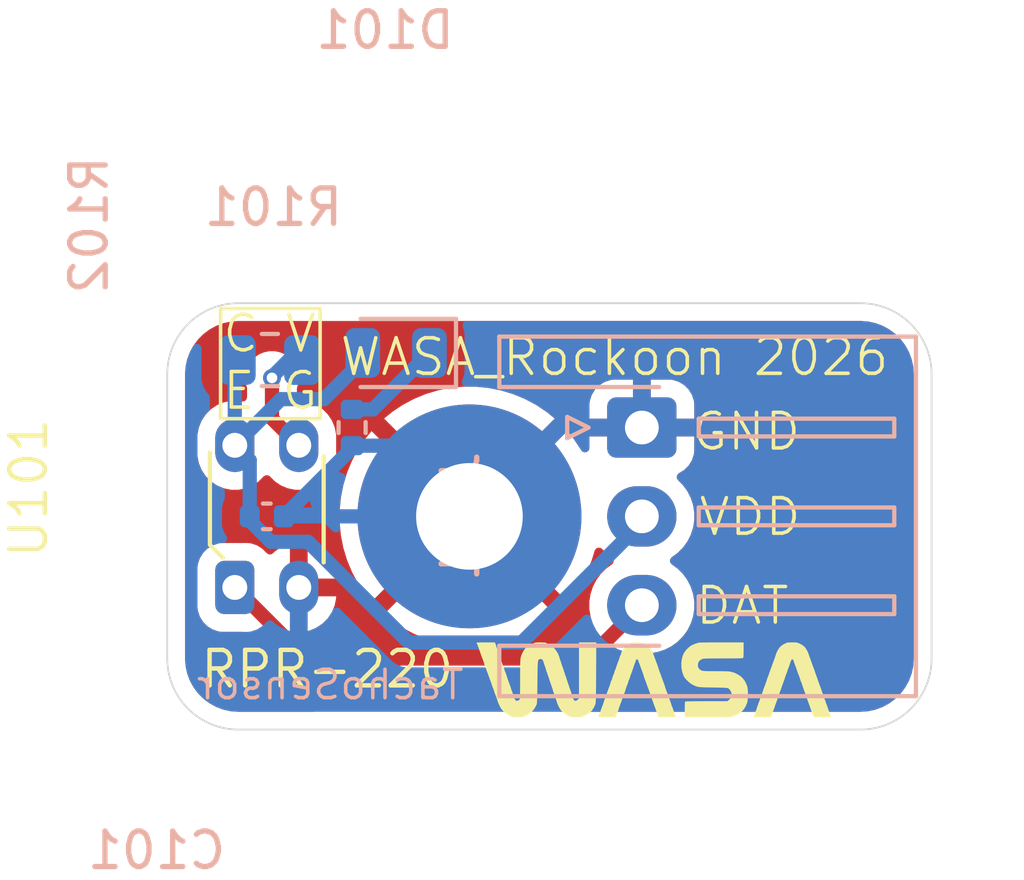
<source format=kicad_pcb>
(kicad_pcb (version 20241229) (generator "pcbnew") (generator_version "9.0")
  (layers (0 "F.Cu" signal) (2 "B.Cu" signal) (13 "F.Paste" user) (15 "B.Paste" user) (5 "F.SilkS" user "F.Silkscreen") (7 "B.SilkS" user "B.Silkscreen") (1 "F.Mask" user) (3 "B.Mask" user) (25 "Edge.Cuts" user))
  (net 0 "")
  (net 1 "GND")
  (net 2 "Net-(J101-Pin_1)")
  (net 3 "Net-(U101-A)")
  (net 4 "/VDD")
  (net 5 "Net-(D101-K)")
  (footprint "Library:wasa_10mm" (layer "F.Cu") (at 124.3 84.4)
    (property "Reference" "G***" (hide yes))
    (property "Value" "LOGO" (hide yes))
    (fp_poly (pts (xy 2.512215 -0.841651) (xy 2.511626 -0.756247) (xy 2.509795 -0.692406) (xy 2.506625 -0.648565) (xy 2.502021 -0.62316) (xy 2.498322 -0.615899) (xy 2.488768 -0.612457) (xy 2.466615 -0.609574) (xy 2.430432 -0.607214) (xy 2.378787 -0.605342) (xy 2.310247 -0.603923) (xy 2.22338 -0.602921) (xy 2.116754 -0.602301) (xy 1.988938 -0.602027) (xy 1.936088 -0.602006) (xy 1.808836 -0.601969) (xy 1.702594 -0.601801) (xy 1.615222 -0.601419) (xy 1.544575 -0.600741) (xy 1.488512 -0.599683) (xy 1.44489 -0.598162) (xy 1.411566 -0.596095) (xy 1.386398 -0.593399) (xy 1.367243 -0.58999) (xy 1.351958 -0.585786) (xy 1.338401 -0.580704) (xy 1.333504 -0.578632) (xy 1.279396 -0.546185) (xy 1.245049 -0.502842) (xy 1.228906 -0.446205) (xy 1.227165 -0.414732) (xy 1.229258 -0.37313) (xy 1.237646 -0.34458) (xy 1.255493 -0.319197) (xy 1.259002 -0.31525) (xy 1.276605 -0.296324) (xy 1.29338 -0.281036) (xy 1.311916 -0.268994) (xy 1.334803 -0.259806) (xy 1.364633 -0.25308) (xy 1.403994 -0.248424) (xy 1.455478 -0.245445) (xy 1.521675 -0.243752) (xy 1.605176 -0.242952) (xy 1.70857 -0.242654) (xy 1.738873 -0.24261) (xy 1.848635 -0.242251) (xy 1.937618 -0.241436) (xy 2.008194 -0.240068) (xy 2.062734 -0.238052) (xy 2.103612 -0.235289) (xy 2.1332 -0.231682) (xy 2.153869 -0.227135) (xy 2.159115 -0.225419) (xy 2.192469 -0.214844) (xy 2.218731 -0.208972) (xy 2.223588 -0.208562) (xy 2.245858 -0.202479) (xy 2.281476 -0.186637) (xy 2.32461 -0.164251) (xy 2.369431 -0.138536) (xy 2.41011 -0.112709) (xy 2.440816 -0.089983) (xy 2.444647 -0.086639) (xy 2.500611 -0.029618) (xy 2.545554 0.032139) (xy 2.583585 0.105125) (xy 2.613045 0.179443) (xy 2.623281 0.222914) (xy 2.630339 0.283216) (xy 2.634226 0.354245) (xy 2.634945 0.429897) (xy 2.6325 0.504068) (xy 2.626896 0.570656) (xy 2.618136 0.623555) (xy 2.61273 0.642524) (xy 2.576987 0.731239) (xy 2.537036 0.803202) (xy 2.488824 0.864816) (xy 2.444221 0.908606) (xy 2.40408 0.939284) (xy 2.35359 0.97061) (xy 2.300485 0.998413) (xy 2.252498 1.018522) (xy 2.227383 1.025554) (xy 2.198993 1.033274) (xy 2.182208 1.04227) (xy 2.181458 1.043244) (xy 2.168965 1.045194) (xy 2.135257 1.04701) (xy 2.082275 1.048664) (xy 2.011958 1.050124) (xy 1.926245 1.051362) (xy 1.827077 1.052346) (xy 1.716393 1.053048) (xy 1.596133 1.053437) (xy 1.515907 1.053509) (xy 0.8567 1.053509) (xy 0.8567 0.834784) (xy 0.856925 0.757311) (xy 0.857765 0.69994) (xy 0.859468 0.65962) (xy 0.862281 0.633303) (xy 0.866452 0.617938) (xy 0.872227 0.610476) (xy 0.875012 0.609032) (xy 0.889897 0.607652) (xy 0.925651 0.606363) (xy 0.979993 0.605189) (xy 1.050638 0.60416) (xy 1.135303 0.6033) (xy 1.231705 0.602637) (xy 1.337559 0.602198) (xy 1.450583 0.60201) (xy 1.473031 0.602005) (xy 2.052737 0.602005) (xy 2.091562 0.572391) (xy 2.132824 0.529414) (xy 2.162528 0.475741) (xy 2.176103 0.420111) (xy 2.176481 0.410117) (xy 2.168354 0.363894) (xy 2.147102 0.31499) (xy 2.117424 0.271705) (xy 2.084015 0.242336) (xy 2.080395 0.240353) (xy 2.067315 0.235082) (xy 2.049033 0.23075) (xy 2.023118 0.22722) (xy 1.987138 0.224356) (xy 1.938661 0.222023) (xy 1.875256 0.220083) (xy 1.79449 0.218402) (xy 1.693932 0.216842) (xy 1.649726 0.216249) (xy 1.538605 0.214742) (xy 1.447659 0.213111) (xy 1.373912 0.210921) (xy 1.314386 0.207741) (xy 1.266105 0.203135) (xy 1.226093 0.196671) (xy 1.191371 0.187916) (xy 1.158965 0.176435) (xy 1.125896 0.161796) (xy 1.089188 0.143564) (xy 1.064897 0.131091) (xy 1.021931 0.103864) (xy 0.973235 0.065076) (xy 0.924173 0.019894) (xy 0.880112 -0.026514) (xy 0.846417 -0.068982) (xy 0.832109 -0.093089) (xy 0.785333 -0.218627) (xy 0.76153 -0.346989) (xy 0.760719 -0.478046) (xy 0.76887 -0.544121) (xy 0.78422 -0.623123) (xy 0.802619 -0.686222) (xy 0.826985 -0.740669) (xy 0.860238 -0.793714) (xy 0.880242 -0.820845) (xy 0.913269 -0.859196) (xy 0.953019 -0.898223) (xy 0.994763 -0.934047) (xy 1.033772 -0.962789) (xy 1.065317 -0.980571) (xy 1.07968 -0.984417) (xy 1.099798 -0.99124) (xy 1.115356 -1.000945) (xy 1.140775 -1.013531) (xy 1.175715 -1.023588) (xy 1.181924 -1.024748) (xy 1.210465 -1.031952) (xy 1.226134 -1.040538) (xy 1.227165 -1.042951) (xy 1.23848 -1.045128) (xy 1.271384 -1.04711) (xy 1.324308 -1.048874) (xy 1.395689 -1.050392) (xy 1.483959 -1.051639) (xy 1.587552 -1.05259) (xy 1.704903 -1.053218) (xy 1.834446 -1.053498) (xy 1.86969 -1.05351) (xy 2.512215 -1.05351)) (fill yes) (layer "F.SilkS"))
    (fp_poly (pts (xy 3.945928 -1.05271) (xy 3.996927 -1.050412) (xy 4.029134 -1.046772) (xy 4.040383 -1.041944) (xy 4.040383 -1.041933) (xy 4.049628 -1.031375) (xy 4.056024 -1.030356) (xy 4.080502 -1.023743) (xy 4.116279 -1.006521) (xy 4.15663 -0.982616) (xy 4.194829 -0.955954) (xy 4.219971 -0.934651) (xy 4.252504 -0.895788) (xy 4.286384 -0.843376) (xy 4.316575 -0.786124) (xy 4.33804 -0.73274) (xy 4.339503 -0.727981) (xy 4.350386 -0.694617) (xy 4.365643 -0.651653) (xy 4.375566 -0.62516) (xy 4.391973 -0.580961) (xy 4.411368 -0.526627) (xy 4.429299 -0.474659) (xy 4.444665 -0.430115) (xy 4.458483 -0.391803) (xy 4.468121 -0.366993) (xy 4.469137 -0.364677) (xy 4.481619 -0.334094) (xy 4.497079 -0.292172) (xy 4.511763 -0.249482) (xy 4.52192 -0.216596) (xy 4.522563 -0.214176) (xy 4.532587 -0.18338) (xy 4.538848 -0.167868) (xy 4.543395 -0.157323) (xy 4.548429 -0.144551) (xy 4.555199 -0.126012) (xy 4.564952 -0.098168) (xy 4.578937 -0.057478) (xy 4.598401 -0.000404) (xy 4.612325 0.040519) (xy 4.628203 0.086297) (xy 4.642468 0.125826) (xy 4.652614 0.152209) (xy 4.65437 0.156289) (xy 4.666851 0.186872) (xy 4.682311 0.228794) (xy 4.696996 0.271485) (xy 4.707153 0.30437) (xy 4.707795 0.30679) (xy 4.717819 0.337586) (xy 4.72408 0.353098) (xy 4.737213 0.385848) (xy 4.753804 0.43153) (xy 4.770601 0.480918) (xy 4.783224 0.520965) (xy 4.793653 0.55111) (xy 4.803304 0.571602) (xy 4.804333 0.573062) (xy 4.812668 0.591574) (xy 4.821021 0.621408) (xy 4.821832 0.625159) (xy 4.829931 0.655572) (xy 4.83847 0.676028) (xy 4.839331 0.677255) (xy 4.848462 0.69553) (xy 4.858918 0.725025) (xy 4.860214 0.729352) (xy 4.887147 0.812325) (xy 4.914828 0.885642) (xy 4.935181 0.938678) (xy 4.952423 0.989183) (xy 4.963279 1.02746) (xy 4.969244 1.053509) (xy 4.726127 1.053509) (xy 4.644746 1.053363) (xy 4.583561 1.052768) (xy 4.539617 1.051481) (xy 4.509957 1.049264) (xy 4.491624 1.045876) (xy 4.481663 1.041077) (xy 4.477117 1.034627) (xy 4.476639 1.033249) (xy 4.464615 0.997161) (xy 4.449559 0.954758) (xy 4.434795 0.915155) (xy 4.423646 0.887467) (xy 4.422829 0.885642) (xy 4.414147 0.863796) (xy 4.400843 0.827234) (xy 4.385553 0.783224) (xy 4.382991 0.77566) (xy 4.364788 0.72295) (xy 4.345374 0.668671) (xy 4.329176 0.625159) (xy 4.313723 0.583418) (xy 4.300473 0.544864) (xy 4.294869 0.526754) (xy 4.283873 0.491315) (xy 4.268398 0.445463) (xy 4.25231 0.400381) (xy 4.240816 0.370464) (xy 4.22889 0.339682) (xy 4.213055 0.296511) (xy 4.195377 0.246877) (xy 4.177922 0.196702) (xy 4.162757 0.151911) (xy 4.151949 0.118427) (xy 4.147922 0.104192) (xy 4.138663 0.07624) (xy 4.1303 0.061107) (xy 4.119779 0.040465) (xy 4.109775 0.010111) (xy 4.109492 0.00901) (xy 4.097324 -0.032804) (xy 4.080659 -0.08281) (xy 4.063348 -0.129869) (xy 4.052364 -0.156291) (xy 4.043682 -0.178136) (xy 4.030379 -0.214699) (xy 4.015088 -0.258708) (xy 4.012526 -0.266273) (xy 3.994323 -0.318982) (xy 3.97491 -0.373262) (xy 3.958711 -0.416774) (xy 3.943204 -0.459441) (xy 3.930015 -0.499842) (xy 3.924635 -0.518943) (xy 3.911884 -0.550295) (xy 3.894321 -0.572714) (xy 3.893798 -0.573108) (xy 3.879159 -0.58085) (xy 3.867652 -0.57506) (xy 3.853581 -0.552201) (xy 3.850434 -0.54619) (xy 3.833517 -0.509145) (xy 3.82068 -0.473534) (xy 3.81939 -0.468871) (xy 3.808015 -0.429765) (xy 3.793312 -0.385596) (xy 3.778288 -0.344859) (xy 3.765951 -0.31605) (xy 3.763921 -0.312201) (xy 3.754578 -0.2889) (xy 3.745599 -0.256626) (xy 3.745168 -0.254696) (xy 3.736356 -0.222322) (xy 3.726907 -0.198088) (xy 3.726416 -0.19719) (xy 3.715503 -0.173052) (xy 3.700882 -0.134649) (xy 3.685405 -0.089919) (xy 3.671925 -0.046805) (xy 3.670125 -0.040521) (xy 3.660386 -0.009999) (xy 3.645927 0.030929) (xy 3.635819 0.057884) (xy 3.61937 0.102085) (xy 3.599945 0.156422) (xy 3.582004 0.208386) (xy 3.566691 0.252923) (xy 3.553006 0.291231) (xy 3.543555 0.316044) (xy 3.54257 0.318367) (xy 3.534211 0.339848) (xy 3.520988 0.376394) (xy 3.505381 0.421114) (xy 3.50093 0.434138) (xy 3.477752 0.502236) (xy 3.460766 0.551966) (xy 3.448729 0.586889) (xy 3.440401 0.610564) (xy 3.434537 0.626552) (xy 3.429897 0.638413) (xy 3.428218 0.642524) (xy 3.410501 0.689223) (xy 3.391446 0.745055) (xy 3.378354 0.787237) (xy 3.368068 0.817401) (xy 3.358487 0.837891) (xy 3.357471 0.839334) (xy 3.349136 0.857846) (xy 3.340783 0.887679) (xy 3.339972 0.89143) (xy 3.331854 0.921845) (xy 3.323269 0.942301) (xy 3.322402 0.943527) (xy 3.313947 0.961257) (xy 3.303653 0.991852) (xy 3.300138 1.004306) (xy 3.286983 1.053509) (xy 3.043392 1.053509) (xy 2.799801 1.053509) (xy 2.80713 1.015883) (xy 2.819599 0.969212) (xy 2.842141 0.906865) (xy 2.866483 0.847624) (xy 2.877441 0.818227) (xy 2.882678 0.796961) (xy 2.882751 0.795527) (xy 2.887837 0.775701) (xy 2.899025 0.750391) (xy 2.913384 0.715741) (xy 2.923445 0.680929) (xy 2.931632 0.651192) (xy 2.940262 0.631537) (xy 2.940698 0.630947) (xy 2.949829 0.612672) (xy 2.960285 0.583177) (xy 2.961581 0.57885) (xy 2.978431 0.525229) (xy 2.997584 0.470179) (xy 3.011445 0.434138) (xy 3.025736 0.396833) (xy 3.043093 0.347989) (xy 3.059827 0.298211) (xy 3.069859 0.266271) (xy 3.079812 0.236167) (xy 3.088282 0.21567) (xy 3.089131 0.214174) (xy 3.096601 0.197335) (xy 3.109249 0.164272) (xy 3.12505 0.120765) (xy 3.141979 0.072596) (xy 3.158013 0.025546) (xy 3.171127 -0.014603) (xy 3.179297 -0.042071) (xy 3.180336 -0.046309) (xy 3.188591 -0.073001) (xy 3.195609 -0.086829) (xy 3.204645 -0.105081) (xy 3.215166 -0.134543) (xy 3.216502 -0.138925) (xy 3.230549 -0.183268) (xy 3.247462 -0.232746) (xy 3.263921 -0.277913) (xy 3.275481 -0.306792) (xy 3.284319 -0.329442) (xy 3.297466 -0.365896) (xy 3.31103 -0.405197) (xy 3.325533 -0.447158) (xy 3.338487 -0.482955) (xy 3.346578 -0.503602) (xy 3.359992 -0.537298) (xy 3.37652 -0.582863) (xy 3.392543 -0.630015) (xy 3.403646 -0.66568) (xy 3.439879 -0.767963) (xy 3.485037 -0.856213) (xy 3.535318 -0.924321) (xy 3.568696 -0.95491) (xy 3.610866 -0.985392) (xy 3.653281 -1.010139) (xy 3.685247 -1.023022) (xy 3.707868 -1.032317) (xy 3.716226 -1.042154) (xy 3.727357 -1.046762) (xy 3.759003 -1.050312) (xy 3.808541 -1.052622) (xy 3.873347 -1.053507) (xy 3.878304 -1.05351)) (fill yes) (layer "F.SilkS"))
    (fp_poly (pts (xy -0.422735 -1.05277) (xy -0.374488 -1.05073) (xy -0.340509 -1.047658) (xy -0.324776 -1.043826) (xy -0.324157 -1.042853) (xy -0.314189 -1.033149) (xy -0.290211 -1.02474) (xy -0.290096 -1.024715) (xy -0.253079 -1.01) (xy -0.208176 -0.982626) (xy -0.162552 -0.947528) (xy -0.123881 -0.910211) (xy -0.104337 -0.884232) (xy -0.081961 -0.8485) (xy -0.06048 -0.809823) (xy -0.043623 -0.775012) (xy -0.035116 -0.750876) (xy -0.034731 -0.747352) (xy -0.030454 -0.731723) (xy -0.020022 -0.705232) (xy -0.018684 -0.702161) (xy -0.006466 -0.671846) (xy 0.009274 -0.62945) (xy 0.022967 -0.590429) (xy 0.03756 -0.548485) (xy 0.050578 -0.512695) (xy 0.058702 -0.492025) (xy 0.072116 -0.458329) (xy 0.088644 -0.412763) (xy 0.104667 -0.365611) (xy 0.11577 -0.329946) (xy 0.128178 -0.290307) (xy 0.144392 -0.242881) (xy 0.160791 -0.197951) (xy 0.172838 -0.167868) (xy 0.181675 -0.145218) (xy 0.194822 -0.108764) (xy 0.208386 -0.069463) (xy 0.222889 -0.027502) (xy 0.235843 0.008295) (xy 0.243935 0.028942) (xy 0.257348 0.062638) (xy 0.273877 0.108203) (xy 0.2899 0.155355) (xy 0.301002 0.19102) (xy 0.31341 0.23066) (xy 0.329624 0.278086) (xy 0.346023 0.323015) (xy 0.35807 0.353098) (xy 0.366908 0.375748) (xy 0.380054 0.412202) (xy 0.393619 0.451503) (xy 0.408121 0.493464) (xy 0.421076 0.529262) (xy 0.429167 0.549908) (xy 0.445381 0.59084) (xy 0.463447 0.642026) (xy 0.479211 0.691356) (xy 0.485882 0.715209) (xy 0.495772 0.745669) (xy 0.506364 0.766881) (xy 0.50669 0.767305) (xy 0.517765 0.789303) (xy 0.524061 0.810391) (xy 0.530775 0.834196) (xy 0.543344 0.872775) (xy 0.559487 0.919225) (xy 0.566134 0.937643) (xy 0.582028 0.982115) (xy 0.594311 1.018227) (xy 0.601171 1.040563) (xy 0.602005 1.044731) (xy 0.590986 1.047309) (xy 0.560155 1.049587) (xy 0.512857 1.051449) (xy 0.452432 1.052775) (xy 0.382225 1.053448) (xy 0.353099 1.053509) (xy 0.271199 1.053439) (xy 0.209571 1.053045) (xy 0.165335 1.05205) (xy 0.13561 1.050177) (xy 0.117515 1.04715) (xy 0.108168 1.042692) (xy 0.104689 1.036525) (xy 0.104193 1.029593) (xy 0.098698 1.000041) (xy 0.090805 0.980663) (xy 0.077887 0.950473) (xy 0.068444 0.920645) (xy 0.056774 0.881039) (xy 0.040278 0.83173) (xy 0.022992 0.784408) (xy 0.012394 0.758294) (xy 0.003557 0.735645) (xy -0.00959 0.699191) (xy -0.023154 0.65989) (xy -0.037657 0.617929) (xy -0.050611 0.582131) (xy -0.058703 0.561485) (xy -0.072116 0.527789) (xy -0.088645 0.482223) (xy -0.104668 0.435072) (xy -0.115771 0.399407) (xy -0.128179 0.359767) (xy -0.144392 0.312341) (xy -0.160791 0.267411) (xy -0.172838 0.237328) (xy -0.181676 0.214679) (xy -0.194823 0.178224) (xy -0.208387 0.138923) (xy -0.22289 0.096963) (xy -0.235844 0.061165) (xy -0.243935 0.040519) (xy -0.257349 0.006823) (xy -0.273877 -0.038743) (xy -0.2899 -0.085895) (xy -0.301003 -0.12156) (xy -0.313411 -0.161199) (xy -0.329625 -0.208625) (xy -0.346024 -0.253555) (xy -0.358071 -0.283638) (xy -0.36693 -0.306275) (xy -0.38014 -0.342709) (xy -0.393806 -0.382043) (xy -0.409603 -0.42688) (xy -0.425096 -0.468271) (xy -0.435457 -0.493774) (xy -0.446546 -0.523928) (xy -0.451488 -0.547142) (xy -0.451504 -0.547985) (xy -0.460896 -0.565514) (xy -0.481744 -0.574758) (xy -0.503061 -0.572441) (xy -0.510658 -0.56562) (xy -0.51983 -0.542696) (xy -0.520789 -0.535281) (xy -0.526228 -0.513223) (xy -0.532039 -0.50055) (xy -0.540776 -0.48057) (xy -0.554208 -0.445238) (xy -0.569835 -0.401209) (xy -0.574398 -0.387831) (xy -0.597796 -0.318668) (xy -0.615083 -0.26787) (xy -0.627507 -0.23185) (xy -0.636317 -0.20702) (xy -0.642759 -0.189794) (xy -0.646896 -0.179445) (xy -0.664613 -0.132746) (xy -0.683668 -0.076914) (xy -0.69676 -0.034732) (xy -0.707045 -0.004568) (xy -0.716627 0.015922) (xy -0.717643 0.017365) (xy -0.726055 0.035895) (xy -0.734519 0.065653) (xy -0.735277 0.069081) (xy -0.743949 0.10157) (xy -0.753324 0.125918) (xy -0.753894 0.126966) (xy -0.764718 0.150915) (xy -0.77935 0.189295) (xy -0.79499 0.234344) (xy -0.808839 0.278303) (xy -0.810392 0.283636) (xy -0.8228 0.323276) (xy -0.839014 0.370702) (xy -0.855413 0.415631) (xy -0.86746 0.445715) (xy -0.876297 0.468364) (xy -0.889444 0.504818) (xy -0.903008 0.544119) (xy -0.917511 0.58608) (xy -0.930465 0.621878) (xy -0.938557 0.642524) (xy -0.95197 0.67622) (xy -0.968499 0.721786) (xy -0.984522 0.768937) (xy -0.995625 0.804603) (xy -1.009027 0.847833) (xy -1.02459 0.893185) (xy -1.039516 0.932895) (xy -1.051007 0.959204) (xy -1.052123 0.961272) (xy -1.061671 0.984954) (xy -1.070323 1.016263) (xy -1.078504 1.053509) (xy -1.320701 1.053509) (xy -1.401339 1.05344) (xy -1.461745 1.05304) (xy -1.504839 1.052015) (xy -1.533544 1.050072) (xy -1.55078 1.046917) (xy -1.55947 1.042259) (xy -1.562535 1.035803) (xy -1.562899 1.02921) (xy -1.55827 1.001654) (xy -1.547109 0.969018) (xy -1.546852 0.968431) (xy -1.534634 0.938115) (xy -1.518893 0.89572) (xy -1.505201 0.856699) (xy -1.490608 0.814754) (xy -1.477589 0.778965) (xy -1.469465 0.758294) (xy -1.453251 0.717362) (xy -1.435185 0.666176) (xy -1.419422 0.616846) (xy -1.412751 0.592994) (xy -1.40286 0.562533) (xy -1.392269 0.541321) (xy -1.391942 0.540897) (xy -1.38078 0.518919) (xy -1.374321 0.497811) (xy -1.368202 0.476874) (xy -1.356158 0.440129) (xy -1.340254 0.393502) (xy -1.322556 0.342916) (xy -1.305132 0.294295) (xy -1.290049 0.253563) (xy -1.281427 0.23154) (xy -1.265857 0.190656) (xy -1.248887 0.141757) (xy -1.234241 0.095862) (xy -1.227518 0.072027) (xy -1.217628 0.041567) (xy -1.207036 0.020355) (xy -1.20671 0.019931) (xy -1.195568 -0.002052) (xy -1.189148 -0.023155) (xy -1.180024 -0.05648) (xy -1.166359 -0.09812) (xy -1.151455 -0.138713) (xy -1.138615 -0.168897) (xy -1.135936 -0.174036) (xy -1.126678 -0.197298) (xy -1.117812 -0.229663) (xy -1.117319 -0.231921) (xy -1.109087 -0.262203) (xy -1.100478 -0.282519) (xy -1.099685 -0.283638) (xy -1.090502 -0.301895) (xy -1.07991 -0.331362) (xy -1.078575 -0.335735) (xy -1.064806 -0.379135) (xy -1.047566 -0.429749) (xy -1.030566 -0.476902) (xy -1.020197 -0.503602) (xy -1.002055 -0.551475) (xy -0.982843 -0.608052) (xy -0.970461 -0.648315) (xy -0.959883 -0.678324) (xy -0.949413 -0.698447) (xy -0.948241 -0.699832) (xy -0.938297 -0.720956) (xy -0.93774 -0.726598) (xy -0.931083 -0.755289) (xy -0.913274 -0.794252) (xy -0.887557 -0.838826) (xy -0.857174 -0.884349) (xy -0.825369 -0.926158) (xy -0.795385 -0.959592) (xy -0.770465 -0.979989) (xy -0.75864 -0.984048) (xy -0.739322 -0.99217) (xy -0.729353 -1.001414) (xy -0.706954 -1.016254) (xy -0.694031 -1.018779) (xy -0.668783 -1.026591) (xy -0.655756 -1.036145) (xy -0.643514 -1.04351) (xy -0.621667 -1.048569) (xy -0.586627 -1.05168) (xy -0.534802 -1.0532) (xy -0.481274 -1.05351)) (fill yes) (layer "F.SilkS"))
    (fp_poly (pts (xy -4.464518 -1.003921) (xy -4.453079 -0.971729) (xy -4.4463 -0.948321) (xy -4.445508 -0.943142) (xy -4.440501 -0.925607) (xy -4.429233 -0.900895) (xy -4.414755 -0.866143) (xy -4.404679 -0.831813) (xy -4.395884 -0.799887) (xy -4.386385 -0.776181) (xy -4.386307 -0.776042) (xy -4.375511 -0.752153) (xy -4.360871 -0.713767) (xy -4.345165 -0.668576) (xy -4.331169 -0.62427) (xy -4.329735 -0.619372) (xy -4.318435 -0.582692) (xy -4.303204 -0.536297) (xy -4.286024 -0.485857) (xy -4.268875 -0.437047) (xy -4.253736 -0.395538) (xy -4.242589 -0.367003) (xy -4.238663 -0.358509) (xy -4.229262 -0.335207) (xy -4.220257 -0.302931) (xy -4.219827 -0.301004) (xy -4.211015 -0.26863) (xy -4.201566 -0.244397) (xy -4.201075 -0.243499) (xy -4.190273 -0.219599) (xy -4.175635 -0.181215) (xy -4.159942 -0.136052) (xy -4.145974 -0.091813) (xy -4.144516 -0.086829) (xy -4.13526 -0.05728) (xy -4.12138 -0.015799) (xy -4.104824 0.032119) (xy -4.087541 0.080977) (xy -4.071478 0.125279) (xy -4.058582 0.159531) (xy -4.050801 0.178236) (xy -4.050147 0.179443) (xy -4.043089 0.197945) (xy -4.035252 0.227663) (xy -4.034484 0.23116) (xy -4.025795 0.263647) (xy -4.016413 0.287995) (xy -4.015842 0.289045) (xy -4.00502 0.312988) (xy -3.990388 0.351368) (xy -3.974743 0.396429) (xy -3.960881 0.440415) (xy -3.959338 0.445715) (xy -3.938546 0.510898) (xy -3.918673 0.555385) (xy -3.897594 0.581432) (xy -3.873182 0.591295) (xy -3.84331 0.587231) (xy -3.830331 0.582603) (xy -3.798928 0.564923) (xy -3.783682 0.540284) (xy -3.781203 0.530377) (xy -3.779744 0.511719) (xy -3.778386 0.472407) (xy -3.777161 0.414938) (xy -3.776099 0.341813) (xy -3.775232 0.255531) (xy -3.774592 0.158589) (xy -3.77421 0.053489) (xy -3.774112 -0.035244) (xy -3.774004 -0.164444) (xy -3.773638 -0.272686) (xy -3.772945 -0.362163) (xy -3.77186 -0.435072) (xy -3.770314 -0.493607) (xy -3.768241 -0.539962) (xy -3.765574 -0.576333) (xy -3.762246 -0.604914) (xy -3.75819 -0.6279) (xy -3.755688 -0.638697) (xy -3.735115 -0.701083) (xy -3.705321 -0.767089) (xy -3.670621 -0.82834) (xy -3.635332 -0.876464) (xy -3.630326 -0.881957) (xy -3.574681 -0.932647) (xy -3.51182 -0.976633) (xy -3.44887 -1.009449) (xy -3.402516 -1.024816) (xy -3.378697 -1.033206) (xy -3.368916 -1.042853) (xy -3.357987 -1.04678) (xy -3.32779 -1.050025) (xy -3.282204 -1.052332) (xy -3.22511 -1.053447) (xy -3.206837 -1.05351) (xy -3.141077 -1.052731) (xy -3.090404 -1.050513) (xy -3.057442 -1.047042) (xy -3.044813 -1.042501) (xy -3.044759 -1.042154) (xy -3.034859 -1.031548) (xy -3.012922 -1.023095) (xy -2.977031 -1.008647) (xy -2.931389 -0.982171) (xy -2.882578 -0.948053) (xy -2.837177 -0.910678) (xy -2.820547 -0.894902) (xy -2.795041 -0.865983) (xy -2.766626 -0.828592) (xy -2.739009 -0.788333) (xy -2.715899 -0.750807) (xy -2.701004 -0.721617) (xy -2.697448 -0.708903) (xy -2.692478 -0.691233) (xy -2.68049 -0.664756) (xy -2.680154 -0.664109) (xy -2.667781 -0.634084) (xy -2.662788 -0.609928) (xy -2.657344 -0.583037) (xy -2.649329 -0.563892) (xy -2.63637 -0.533718) (xy -2.626827 -0.503874) (xy -2.612621 -0.45493) (xy -2.594235 -0.398979) (xy -2.575322 -0.346737) (xy -2.563065 -0.31662) (xy -2.551943 -0.286672) (xy -2.546965 -0.263828) (xy -2.546947 -0.262952) (xy -2.541833 -0.240975) (xy -2.529652 -0.212605) (xy -2.517206 -0.181517) (xy -2.512287 -0.155712) (xy -2.507296 -0.130919) (xy -2.501302 -0.120981) (xy -2.491742 -0.103382) (xy -2.481445 -0.073189) (xy -2.478922 -0.063675) (xy -2.471723 -0.039002) (xy -2.458155 0.003502) (xy -2.439544 0.059835) (xy -2.417219 0.125989) (xy -2.392509 0.197962) (xy -2.384873 0.219963) (xy -2.359886 0.292233) (xy -2.337016 0.359246) (xy -2.317551 0.417161) (xy -2.302778 0.462138) (xy -2.293982 0.490336) (xy -2.292643 0.495178) (xy -2.272913 0.549122) (xy -2.247198 0.581949) (xy -2.216573 0.593129) (xy -2.182111 0.582132) (xy -2.157339 0.562023) (xy -2.118596 0.523281) (xy -2.118596 -0.265115) (xy -2.118596 -1.05351) (xy -1.875329 -1.05351) (xy -1.632062 -1.05351) (xy -1.63558 -0.21707) (xy -1.636382 -0.048) (xy -1.63729 0.099322) (xy -1.638333 0.226304) (xy -1.639541 0.33435) (xy -1.640943 0.424869) (xy -1.642571 0.499265) (xy -1.644453 0.558946) (xy -1.646618 0.605318) (xy -1.649098 0.639787) (xy -1.651921 0.66376) (xy -1.654474 0.676427) (xy -1.680669 0.745186) (xy -1.721027 0.816855) (xy -1.770089 0.882054) (xy -1.781356 0.894436) (xy -1.81781 0.927182) (xy -1.864538 0.961202) (xy -1.914547 0.992132) (xy -1.960839 1.01561) (xy -1.993471 1.026747) (xy -2.01938 1.034704) (xy -2.032693 1.043427) (xy -2.045834 1.047317) (xy -2.076509 1.050236) (xy -2.119711 1.052187) (xy -2.170431 1.053174) (xy -2.223662 1.053199) (xy -2.274397 1.052265) (xy -2.317628 1.050376) (xy -2.348346 1.047535) (xy -2.361545 1.043744) (xy -2.361714 1.04322) (xy -2.37183 1.03454) (xy -2.396723 1.026459) (xy -2.402234 1.02533) (xy -2.428942 1.017874) (xy -2.442376 1.009337) (xy -2.442753 1.007931) (xy -2.452522 0.998001) (xy -2.470215 0.991241) (xy -2.492866 0.979148) (xy -2.525392 0.954039) (xy -2.562742 0.920596) (xy -2.599865 0.883504) (xy -2.631711 0.847446) (xy -2.646526 0.827757) (xy -2.666089 0.795459) (xy -2.688099 0.753613) (xy -2.709708 0.708406) (xy -2.728066 0.666024) (xy -2.740325 0.632655) (xy -2.743827 0.616445) (xy -2.749075 0.592058) (xy -2.761193 0.563056) (xy -2.77344 0.53449) (xy -2.778487 0.512709) (xy -2.782966 0.490713) (xy -2.793825 0.46083) (xy -2.794606 0.459041) (xy -2.810646 0.418828) (xy -2.829569 0.365631) (xy -2.848148 0.308797) (xy -2.859162 0.272059) (xy -2.870221 0.236002) (xy -2.88309 0.197424) (xy -2.883305 0.196809) (xy -2.897699 0.155708) (xy -2.911623 0.115769) (xy -2.925963 0.074678) (xy -2.939983 0.03473) (xy -2.952866 -0.004914) (xy -2.965328 -0.047804) (xy -2.966474 -0.052098) (xy -2.976174 -0.084119) (xy -2.985244 -0.10667) (xy -2.987232 -0.109983) (xy -2.995416 -0.128656) (xy -3.003592 -0.158121) (xy -3.003993 -0.159965) (xy -3.015062 -0.197642) (xy -3.028413 -0.229427) (xy -3.040303 -0.258547) (xy -3.044687 -0.280351) (xy -3.049061 -0.304326) (xy -3.059598 -0.335763) (xy -3.060612 -0.338236) (xy -3.097122 -0.43698) (xy -3.115318 -0.500783) (xy -3.134372 -0.548978) (xy -3.162149 -0.57869) (xy -3.196305 -0.588334) (xy -3.230487 -0.578587) (xy -3.24164 -0.572155) (xy -3.251068 -0.564516) (xy -3.258937 -0.553771) (xy -3.265414 -0.538023) (xy -3.270664 -0.515374) (xy -3.274856 -0.483924) (xy -3.278154 -0.441778) (xy -3.280727 -0.387036) (xy -3.28274 -0.3178) (xy -3.284361 -0.232173) (xy -3.285755 -0.128257) (xy -3.287089 -0.004153) (xy -3.287876 0.07525) (xy -3.289638 0.230475) (xy -3.291659 0.362761) (xy -3.293944 0.47232) (xy -3.2965 0.559365) (xy -3.299334 0.62411) (xy -3.302452 0.666767) (xy -3.305861 0.687549) (xy -3.306419 0.688832) (xy -3.318735 0.712397) (xy -3.336184 0.747156) (xy -3.346939 0.769061) (xy -3.383394 0.827631) (xy -3.434035 0.887251) (xy -3.492417 0.941611) (xy -3.552096 0.984398) (xy -3.583779 1.000995) (xy -3.62295 1.018559) (xy -3.655718 1.033863) (xy -3.672655 1.042366) (xy -3.691864 1.046567) (xy -3.728702 1.04967) (xy -3.777669 1.051668) (xy -3.833266 1.05255) (xy -3.889992 1.052307) (xy -3.942349 1.05093) (xy -3.984837 1.048409) (xy -4.011955 1.044734) (xy -4.017229 1.04296) (xy -4.037116 1.032899) (xy -4.069265 1.017072) (xy -4.09202 1.006015) (xy -4.132334 0.981153) (xy -4.180373 0.9436) (xy -4.229844 0.899096) (xy -4.274453 0.853377) (xy -4.307907 0.812181) (xy -4.31295 0.804603) (xy -4.332437 0.770591) (xy -4.354238 0.727687) (xy -4.375664 0.681857) (xy -4.394027 0.639069) (xy -4.406638 0.60529) (xy -4.410848 0.587364) (xy -4.415009 0.569428) (xy -4.426162 0.535702) (xy -4.442319 0.491739) (xy -4.461485 0.443089) (xy -4.469968 0.422561) (xy -4.485669 0.38238) (xy -4.502015 0.33631) (xy -4.515788 0.293777) (xy -4.523332 0.266271) (xy -4.531543 0.239575) (xy -4.538545 0.225751) (xy -4.547581 0.207499) (xy -4.558102 0.178037) (xy -4.559438 0.173654) (xy -4.573485 0.129312) (xy -4.590398 0.079833) (xy -4.606857 0.034667) (xy -4.618417 0.005788) (xy -4.627255 -0.016862) (xy -4.640401 -0.053316) (xy -4.653966 -0.092617) (xy -4.668468 -0.134578) (xy -4.681423 -0.170376) (xy -4.689514 -0.191022) (xy -4.705728 -0.231954) (xy -4.723794 -0.28314) (xy -4.739558 -0.33247) (xy -4.746229 -0.356323) (xy -4.756119 -0.386783) (xy -4.766711 -0.407995) (xy -4.767037 -0.408419) (xy -4.778179 -0.430402) (xy -4.784599 -0.451505) (xy -4.793746 -0.484376) (xy -4.808253 -0.528341) (xy -4.824559 -0.573129) (xy -4.838793 -0.607795) (xy -4.847476 -0.62964) (xy -4.860779 -0.666203) (xy -4.87607 -0.710212) (xy -4.878632 -0.717777) (xy -4.896841 -0.770488) (xy -4.91627 -0.824768) (xy -4.93249 -0.868278) (xy -4.948601 -0.912269) (xy -4.962963 -0.955195) (xy -4.968996 -0.975366) (xy -4.978949 -1.003021) (xy -4.988883 -1.017937) (xy -4.991108 -1.018779) (xy -5.000136 -1.028177) (xy -5.001276 -1.036145) (xy -4.998558 -1.041846) (xy -4.988616 -1.046174) (xy -4.96877 -1.049308) (xy -4.936338 -1.051429) (xy -4.88864 -1.052717) (xy -4.822995 -1.05335) (xy -4.742366 -1.05351) (xy -4.483456 -1.05351)) (fill yes) (layer "F.SilkS"))
  )
  (footprint "Library:RPR220" (layer "F.Cu") (at 112.5 81.8)
    (property "Reference" "U101" (at -5.8 -2.8 90) (layer "F.SilkS") (effects (font (thickness 0.125))))
    (property "Value" "RPR-220" (at 2.6 2.3 0) (layer "F.SilkS") (effects (font (thickness 0.125))))
    (fp_line (start -0.7 -1.2) (end -0.7 -3.8) (stroke (width 0.12)) (layer "F.SilkS"))
    (fp_line (start -0.335 -0.835) (end -0.665 -1.165) (stroke (width 0.12)) (layer "F.SilkS"))
    (fp_line (start 2.5 -3.695) (end 2.5 -0.705) (stroke (width 0.12)) (layer "F.SilkS"))
    (pad "1" thru_hole oval (at 1.8 -4) (size 1.1 1.5) (drill 0.7) (layers "*.Cu" "*.Mask") (net 3 "Net-(U101-A)"))
    (pad "2" thru_hole oval (at 1.8 0) (size 1.1 1.5) (drill 0.7) (layers "*.Cu" "*.Mask") (net 1 "GND"))
    (pad "3" thru_hole roundrect (at 0 0) (size 1.1 1.5) (drill 0.7) (layers "*.Cu" "*.Mask") (roundrect_rratio 0.227) (net 2 "Net-(J101-Pin_1)"))
    (pad "4" thru_hole oval (at 0 -4) (size 1.1 1.5) (drill 0.7) (layers "*.Cu" "*.Mask") (net 4 "/VDD"))
  )
  (footprint "WOBCLibrary:Board_1U_60x60" (layer "F.Cu") (at 120.1 79.8)
    (property "Reference" "B101" (hide yes))
    (property "Value" "~" (hide yes))
    (fp_line (start -9.5 4.000001) (end -9.5 -4.000001) (stroke (width 0.05)) (layer "Edge.Cuts"))
    (fp_line (start -7.500001 -6) (end 10 -6) (stroke (width 0.05)) (layer "Edge.Cuts"))
    (fp_line (start 10 6) (end -7.5 6) (stroke (width 0.05)) (layer "Edge.Cuts"))
    (fp_line (start 12 -4) (end 12 4) (stroke (width 0.05)) (layer "Edge.Cuts"))
    (fp_arc (start -9.5 -4) (mid -8.914214 -5.414214) (end -7.5 -6) (stroke (width 0.05)) (layer "Edge.Cuts"))
    (fp_arc (start -7.5 6) (mid -8.914214 5.414214) (end -9.5 4) (stroke (width 0.05)) (layer "Edge.Cuts"))
    (fp_arc (start 10 -6) (mid 11.414214 -5.414214) (end 12 -4) (stroke (width 0.05)) (layer "Edge.Cuts"))
    (fp_arc (start 12 4) (mid 11.414214 5.414214) (end 10 6) (stroke (width 0.05)) (layer "Edge.Cuts"))
    (pad "GND" thru_hole circle (at -1 0) (size 6.3 6.3) (drill 3) (layers "*.Cu" "*.Mask") (net 1 "GND"))
  )
  (footprint "Resistor_SMD:R_0805_2012Metric" (layer "B.Cu") (at 113.4875 75.4 180)
    (property "Reference" "R101" (at -0.1 4.3 0) (layer "B.SilkS") (effects (justify mirror)))
    (property "Value" "100")
    (fp_line (start -0.227064 0.735) (end 0.227064 0.735) (stroke (width 0.12)) (layer "B.SilkS"))
    (fp_line (start -0.227064 -0.735) (end 0.227064 -0.735) (stroke (width 0.12)) (layer "B.SilkS"))
    (pad "1" smd roundrect (at -0.9125 0 180) (size 1.025 1.4) (layers "B.Cu" "B.Mask" "B.Paste") (roundrect_rratio 0.243902) (net 3 "Net-(U101-A)"))
    (pad "2" smd roundrect (at 0.9125 0 180) (size 1.025 1.4) (layers "B.Cu" "B.Mask" "B.Paste") (roundrect_rratio 0.243902) (net 4 "/VDD"))
  )
  (footprint "Resistor_SMD:R_0402_1005Metric" (layer "B.Cu") (at 115.8 77.3 -90)
    (property "Reference" "R102" (at -5.7 7.4 90) (layer "B.SilkS") (effects (justify mirror)))
    (property "Value" "1k")
    (fp_line (start -0.153641 0.38) (end 0.153641 0.38) (stroke (width 0.12)) (layer "B.SilkS"))
    (fp_line (start -0.153641 -0.38) (end 0.153641 -0.38) (stroke (width 0.12)) (layer "B.SilkS"))
    (pad "1" smd roundrect (at -0.51 0 270) (size 0.54 0.64) (layers "B.Cu" "B.Mask" "B.Paste") (net 5 "Net-(D101-K)"))
    (pad "2" smd roundrect (at 0.51 0 270) (size 0.54 0.64) (layers "B.Cu" "B.Mask" "B.Paste") (net 1 "GND"))
  )
  (footprint "Connector_JST:JST_XH_S3B-XH-A-1_1x03_P2.50mm_Horizontal" (layer "B.Cu") (at 123.95 77.3 -90)
    (property "Reference" "J101" (at 2.5 5.1 90) (layer "B.SilkS") (effects (justify mirror)))
    (property "Value" "OUT")
    (fp_line (start -2.56 4.01) (end -1.14 4.01) (stroke (width 0.12)) (layer "B.SilkS"))
    (fp_line (start -1.14 4.01) (end -1.14 -0.49) (stroke (width 0.12)) (layer "B.SilkS"))
    (fp_line (start 6.14 4.01) (end 6.14 -0.49) (stroke (width 0.12)) (layer "B.SilkS"))
    (fp_line (start 7.56 4.01) (end 6.14 4.01) (stroke (width 0.12)) (layer "B.SilkS"))
    (fp_line (start -0.3 2.1) (end 0.3 2.1) (stroke (width 0.12)) (layer "B.SilkS"))
    (fp_line (start 0.3 2.1) (end 0 1.5) (stroke (width 0.12)) (layer "B.SilkS"))
    (fp_line (start 0 1.5) (end -0.3 2.1) (stroke (width 0.12)) (layer "B.SilkS"))
    (fp_line (start -0.25 -1.6) (end -0.25 -7.1) (stroke (width 0.12)) (layer "B.SilkS"))
    (fp_line (start 0.25 -1.6) (end -0.25 -1.6) (stroke (width 0.12)) (layer "B.SilkS"))
    (fp_line (start 2.25 -1.6) (end 2.25 -7.1) (stroke (width 0.12)) (layer "B.SilkS"))
    (fp_line (start 2.75 -1.6) (end 2.25 -1.6) (stroke (width 0.12)) (layer "B.SilkS"))
    (fp_line (start 4.75 -1.6) (end 4.75 -7.1) (stroke (width 0.12)) (layer "B.SilkS"))
    (fp_line (start 5.25 -1.6) (end 4.75 -1.6) (stroke (width 0.12)) (layer "B.SilkS"))
    (fp_line (start -0.25 -7.1) (end 0.25 -7.1) (stroke (width 0.12)) (layer "B.SilkS"))
    (fp_line (start 0.25 -7.1) (end 0.25 -1.6) (stroke (width 0.12)) (layer "B.SilkS"))
    (fp_line (start 2.25 -7.1) (end 2.75 -7.1) (stroke (width 0.12)) (layer "B.SilkS"))
    (fp_line (start 2.75 -7.1) (end 2.75 -1.6) (stroke (width 0.12)) (layer "B.SilkS"))
    (fp_line (start 4.75 -7.1) (end 5.25 -7.1) (stroke (width 0.12)) (layer "B.SilkS"))
    (fp_line (start 5.25 -7.1) (end 5.25 -1.6) (stroke (width 0.12)) (layer "B.SilkS"))
    (fp_line (start -2.56 -7.71) (end -2.56 4.01) (stroke (width 0.12)) (layer "B.SilkS"))
    (fp_line (start 2.5 -7.71) (end -2.56 -7.71) (stroke (width 0.12)) (layer "B.SilkS"))
    (fp_line (start 2.5 -7.71) (end 7.56 -7.71) (stroke (width 0.12)) (layer "B.SilkS"))
    (fp_line (start 7.56 -7.71) (end 7.56 4.01) (stroke (width 0.12)) (layer "B.SilkS"))
    (pad "1" thru_hole roundrect (at 0 0 270) (size 1.7 1.95) (drill 0.95) (layers "*.Cu" "*.Mask") (roundrect_rratio 0.147059) (net 1 "GND"))
    (pad "2" thru_hole oval (at 2.5 0 270) (size 1.7 1.95) (drill 0.95) (layers "*.Cu" "*.Mask") (net 4 "/VDD"))
    (pad "3" thru_hole oval (at 5 0 270) (size 1.7 1.95) (drill 0.95) (layers "*.Cu" "*.Mask") (net 2 "Net-(J101-Pin_1)"))
  )
  (footprint "LED_SMD:LED_0805_2012Metric" (layer "B.Cu") (at 117.0375 75.2 180)
    (property "Reference" "D101" (at 0.31 9.085 0) (layer "B.SilkS") (effects (justify mirror)))
    (property "Value" "PWR" (hide yes))
    (fp_line (start 1 0.96) (end -1.685 0.96) (stroke (width 0.12)) (layer "B.SilkS"))
    (fp_line (start -1.685 0.96) (end -1.685 -0.96) (stroke (width 0.12)) (layer "B.SilkS"))
    (fp_line (start -1.685 -0.96) (end 1 -0.96) (stroke (width 0.12)) (layer "B.SilkS"))
    (pad "1" smd roundrect (at -0.9375 0 180) (size 0.975 1.4) (layers "B.Cu" "B.Mask" "B.Paste") (net 5 "Net-(D101-K)"))
    (pad "2" smd roundrect (at 0.9375 0 180) (size 0.975 1.4) (layers "B.Cu" "B.Mask" "B.Paste") (net 4 "/VDD"))
  )
  (footprint "Capacitor_SMD:C_0402_1005Metric" (layer "B.Cu") (at 113.4 79.8)
    (property "Reference" "C101" (at -3.1 9.4 0) (layer "B.SilkS") (effects (justify mirror)))
    (property "Value" "0.1uF")
    (fp_line (start -0.107836 -0.36) (end 0.107836 -0.36) (stroke (width 0.12)) (layer "B.SilkS"))
    (fp_line (start -0.107836 0.36) (end 0.107836 0.36) (stroke (width 0.12)) (layer "B.SilkS"))
    (pad "1" smd roundrect (at -0.48 0) (size 0.56 0.62) (layers "B.Cu" "B.Mask" "B.Paste") (net 4 "/VDD"))
    (pad "2" smd roundrect (at 0.48 0) (size 0.56 0.62) (layers "B.Cu" "B.Mask" "B.Paste") (net 1 "GND"))
  )
  (gr_rect (start 112.1 73.95) (end 114.9 77.05) (stroke (width 0.1)) (fill no) (layer "F.SilkS"))
  (gr_text "VDD" (at 125.5 80.4 0) (layer "F.SilkS") (effects (font (size 1 1) (thickness 0.1)) (justify left bottom)))
  (gr_text "GND" (at 125.3 78 0) (layer "F.SilkS") (effects (font (size 1 1) (thickness 0.1)) (justify left bottom)))
  (gr_text "C V\nE G" (at 112.1 76.85 0) (layer "F.SilkS") (effects (font (size 1 1) (thickness 0.1)) (justify left bottom)))
  (gr_text "WASA_Rockoon 2026\n" (at 115.4 75.9 0) (layer "F.SilkS") (effects (font (size 1 1) (thickness 0.1)) (justify left bottom)))
  (gr_text "DAT" (at 125.4 82.9 0) (layer "F.SilkS") (effects (font (size 1 1) (thickness 0.1)) (justify left bottom)))
  (gr_text "TachoSensor\n" (at 119 85.00529 0) (layer "B.SilkS") (effects (font (size 0.8 0.8) (thickness 0.1)) (justify left bottom mirror)))
  (segment (start 113.88 79.8) (end 115.8 77.88) (width 0.4) (layer "B.Cu") (net 1))
  (segment (start 115.8 77.88) (end 115.8 77.81) (width 0.4) (layer "B.Cu") (net 1))
  (segment (start 113.88 79.8) (end 119.1 79.8) (width 0.4) (layer "B.Cu") (net 1))
  (segment (start 115.8 77.81) (end 117.11 77.81) (width 0.4) (layer "B.Cu") (net 1))
  (segment (start 117.11 77.81) (end 119.1 79.8) (width 0.4) (layer "B.Cu") (net 1))
  (segment (start 115.4 84.7) (end 121.55 84.7) (width 0.4) (layer "F.Cu") (net 2))
  (segment (start 112.5 81.8) (end 115.4 84.7) (width 0.4) (layer "F.Cu") (net 2))
  (segment (start 121.55 84.7) (end 123.95 82.3) (width 0.4) (layer "F.Cu") (net 2))
  (segment (start 113.546202 75.902173) (end 113.546202 77.046202) (width 0.4) (layer "F.Cu") (net 3))
  (segment (start 113.546202 77.046202) (end 114.3 77.8) (width 0.4) (layer "F.Cu") (net 3))
  (via (at 113.546202 75.902173) (size 0.5) (drill 0.3) (layers "F.Cu" "B.Cu") (net 3))
  (segment (start 113.546202 75.875014) (end 114.021216 75.4) (width 0.4) (layer "B.Cu") (net 3))
  (segment (start 113.546202 75.902173) (end 113.546202 75.875014) (width 0.4) (layer "B.Cu") (net 3))
  (segment (start 114.021216 75.4) (end 114.4 75.4) (width 0.4) (layer "B.Cu") (net 3))
  (segment (start 117.395917 83.351) (end 114.561 80.516083) (width 0.4) (layer "B.Cu") (net 4))
  (segment (start 112.92 79.91897) (end 112.92 79.8) (width 0.4) (layer "B.Cu") (net 4))
  (segment (start 114.561 80.516083) (end 113.517113 80.516083) (width 0.4) (layer "B.Cu") (net 4))
  (segment (start 115.00724 76.501) (end 116.1 75.40824) (width 0.4) (layer "B.Cu") (net 4))
  (segment (start 123.95 79.8) (end 123.95 79.971873) (width 0.4) (layer "B.Cu") (net 4))
  (segment (start 112.92 79.8) (end 112.92 78.22) (width 0.4) (layer "B.Cu") (net 4))
  (segment (start 120.570873 83.351) (end 117.395917 83.351) (width 0.4) (layer "B.Cu") (net 4))
  (segment (start 112.5 77.8) (end 113.799 76.501) (width 0.4) (layer "B.Cu") (net 4))
  (segment (start 112.5 77.8) (end 112.5 75.475) (width 0.4) (layer "B.Cu") (net 4))
  (segment (start 116.1 75.40824) (end 116.1 75.2) (width 0.4) (layer "B.Cu") (net 4))
  (segment (start 123.95 79.971873) (end 120.570873 83.351) (width 0.4) (layer "B.Cu") (net 4))
  (segment (start 112.92 78.22) (end 112.5 77.8) (width 0.4) (layer "B.Cu") (net 4))
  (segment (start 113.517113 80.516083) (end 112.92 79.91897) (width 0.4) (layer "B.Cu") (net 4))
  (segment (start 113.799 76.501) (end 115.00724 76.501) (width 0.4) (layer "B.Cu") (net 4))
  (segment (start 112.5 75.475) (end 112.575 75.4) (width 0.4) (layer "B.Cu") (net 4))
  (segment (start 117.975 75.2) (end 116.385 76.79) (width 0.4) (layer "B.Cu") (net 5))
  (segment (start 116.385 76.79) (end 115.8 76.79) (width 0.4) (layer "B.Cu") (net 5))
  (zone (net 1) (net_name "GND") (layers "F.Cu" "B.Cu") (connect_pads (clearance 0.5)) (min_thickness 0.25) (fill yes (thermal_gap 0.5) (thermal_bridge_width 0.5))
    (polygon (pts (xy 109.4 72.4) (xy 134.5 72.4) (xy 134.7 87.5) (xy 108.5 86.9) (xy 108.7 86.9)))
  )
)
</source>
